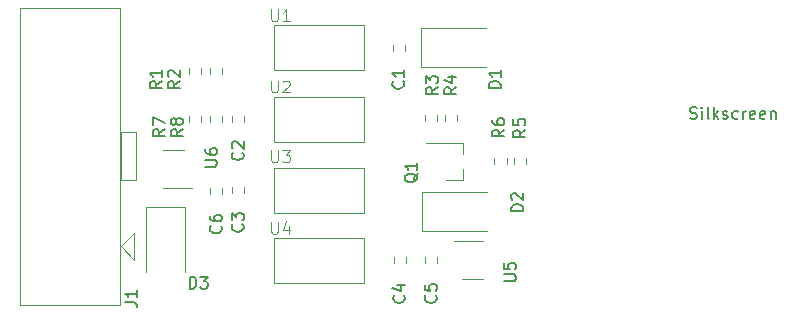
<source format=gbr>
%TF.GenerationSoftware,KiCad,Pcbnew,7.0.10*%
%TF.CreationDate,2024-07-25T14:24:15+01:00*%
%TF.ProjectId,RL78I1C_PMOD_PROG_ADAPTOR_ISO,524c3738-4931-4435-9f50-4d4f445f5052,0*%
%TF.SameCoordinates,PX5b8d800PY7997ee0*%
%TF.FileFunction,Legend,Top*%
%TF.FilePolarity,Positive*%
%FSLAX46Y46*%
G04 Gerber Fmt 4.6, Leading zero omitted, Abs format (unit mm)*
G04 Created by KiCad (PCBNEW 7.0.10) date 2024-07-25 14:24:15*
%MOMM*%
%LPD*%
G01*
G04 APERTURE LIST*
%ADD10C,0.150000*%
%ADD11C,0.100000*%
%ADD12C,0.120000*%
G04 APERTURE END LIST*
D10*
X57915160Y18021800D02*
X58058017Y17974181D01*
X58058017Y17974181D02*
X58296112Y17974181D01*
X58296112Y17974181D02*
X58391350Y18021800D01*
X58391350Y18021800D02*
X58438969Y18069420D01*
X58438969Y18069420D02*
X58486588Y18164658D01*
X58486588Y18164658D02*
X58486588Y18259896D01*
X58486588Y18259896D02*
X58438969Y18355134D01*
X58438969Y18355134D02*
X58391350Y18402753D01*
X58391350Y18402753D02*
X58296112Y18450372D01*
X58296112Y18450372D02*
X58105636Y18497991D01*
X58105636Y18497991D02*
X58010398Y18545610D01*
X58010398Y18545610D02*
X57962779Y18593229D01*
X57962779Y18593229D02*
X57915160Y18688467D01*
X57915160Y18688467D02*
X57915160Y18783705D01*
X57915160Y18783705D02*
X57962779Y18878943D01*
X57962779Y18878943D02*
X58010398Y18926562D01*
X58010398Y18926562D02*
X58105636Y18974181D01*
X58105636Y18974181D02*
X58343731Y18974181D01*
X58343731Y18974181D02*
X58486588Y18926562D01*
X58915160Y17974181D02*
X58915160Y18640848D01*
X58915160Y18974181D02*
X58867541Y18926562D01*
X58867541Y18926562D02*
X58915160Y18878943D01*
X58915160Y18878943D02*
X58962779Y18926562D01*
X58962779Y18926562D02*
X58915160Y18974181D01*
X58915160Y18974181D02*
X58915160Y18878943D01*
X59534207Y17974181D02*
X59438969Y18021800D01*
X59438969Y18021800D02*
X59391350Y18117039D01*
X59391350Y18117039D02*
X59391350Y18974181D01*
X59915160Y17974181D02*
X59915160Y18974181D01*
X60010398Y18355134D02*
X60296112Y17974181D01*
X60296112Y18640848D02*
X59915160Y18259896D01*
X60677065Y18021800D02*
X60772303Y17974181D01*
X60772303Y17974181D02*
X60962779Y17974181D01*
X60962779Y17974181D02*
X61058017Y18021800D01*
X61058017Y18021800D02*
X61105636Y18117039D01*
X61105636Y18117039D02*
X61105636Y18164658D01*
X61105636Y18164658D02*
X61058017Y18259896D01*
X61058017Y18259896D02*
X60962779Y18307515D01*
X60962779Y18307515D02*
X60819922Y18307515D01*
X60819922Y18307515D02*
X60724684Y18355134D01*
X60724684Y18355134D02*
X60677065Y18450372D01*
X60677065Y18450372D02*
X60677065Y18497991D01*
X60677065Y18497991D02*
X60724684Y18593229D01*
X60724684Y18593229D02*
X60819922Y18640848D01*
X60819922Y18640848D02*
X60962779Y18640848D01*
X60962779Y18640848D02*
X61058017Y18593229D01*
X61962779Y18021800D02*
X61867541Y17974181D01*
X61867541Y17974181D02*
X61677065Y17974181D01*
X61677065Y17974181D02*
X61581827Y18021800D01*
X61581827Y18021800D02*
X61534208Y18069420D01*
X61534208Y18069420D02*
X61486589Y18164658D01*
X61486589Y18164658D02*
X61486589Y18450372D01*
X61486589Y18450372D02*
X61534208Y18545610D01*
X61534208Y18545610D02*
X61581827Y18593229D01*
X61581827Y18593229D02*
X61677065Y18640848D01*
X61677065Y18640848D02*
X61867541Y18640848D01*
X61867541Y18640848D02*
X61962779Y18593229D01*
X62391351Y17974181D02*
X62391351Y18640848D01*
X62391351Y18450372D02*
X62438970Y18545610D01*
X62438970Y18545610D02*
X62486589Y18593229D01*
X62486589Y18593229D02*
X62581827Y18640848D01*
X62581827Y18640848D02*
X62677065Y18640848D01*
X63391351Y18021800D02*
X63296113Y17974181D01*
X63296113Y17974181D02*
X63105637Y17974181D01*
X63105637Y17974181D02*
X63010399Y18021800D01*
X63010399Y18021800D02*
X62962780Y18117039D01*
X62962780Y18117039D02*
X62962780Y18497991D01*
X62962780Y18497991D02*
X63010399Y18593229D01*
X63010399Y18593229D02*
X63105637Y18640848D01*
X63105637Y18640848D02*
X63296113Y18640848D01*
X63296113Y18640848D02*
X63391351Y18593229D01*
X63391351Y18593229D02*
X63438970Y18497991D01*
X63438970Y18497991D02*
X63438970Y18402753D01*
X63438970Y18402753D02*
X62962780Y18307515D01*
X64248494Y18021800D02*
X64153256Y17974181D01*
X64153256Y17974181D02*
X63962780Y17974181D01*
X63962780Y17974181D02*
X63867542Y18021800D01*
X63867542Y18021800D02*
X63819923Y18117039D01*
X63819923Y18117039D02*
X63819923Y18497991D01*
X63819923Y18497991D02*
X63867542Y18593229D01*
X63867542Y18593229D02*
X63962780Y18640848D01*
X63962780Y18640848D02*
X64153256Y18640848D01*
X64153256Y18640848D02*
X64248494Y18593229D01*
X64248494Y18593229D02*
X64296113Y18497991D01*
X64296113Y18497991D02*
X64296113Y18402753D01*
X64296113Y18402753D02*
X63819923Y18307515D01*
X64724685Y18640848D02*
X64724685Y17974181D01*
X64724685Y18545610D02*
X64772304Y18593229D01*
X64772304Y18593229D02*
X64867542Y18640848D01*
X64867542Y18640848D02*
X65010399Y18640848D01*
X65010399Y18640848D02*
X65105637Y18593229D01*
X65105637Y18593229D02*
X65153256Y18497991D01*
X65153256Y18497991D02*
X65153256Y17974181D01*
X16854819Y13938096D02*
X17664342Y13938096D01*
X17664342Y13938096D02*
X17759580Y13985715D01*
X17759580Y13985715D02*
X17807200Y14033334D01*
X17807200Y14033334D02*
X17854819Y14128572D01*
X17854819Y14128572D02*
X17854819Y14319048D01*
X17854819Y14319048D02*
X17807200Y14414286D01*
X17807200Y14414286D02*
X17759580Y14461905D01*
X17759580Y14461905D02*
X17664342Y14509524D01*
X17664342Y14509524D02*
X16854819Y14509524D01*
X16854819Y15414286D02*
X16854819Y15223810D01*
X16854819Y15223810D02*
X16902438Y15128572D01*
X16902438Y15128572D02*
X16950057Y15080953D01*
X16950057Y15080953D02*
X17092914Y14985715D01*
X17092914Y14985715D02*
X17283390Y14938096D01*
X17283390Y14938096D02*
X17664342Y14938096D01*
X17664342Y14938096D02*
X17759580Y14985715D01*
X17759580Y14985715D02*
X17807200Y15033334D01*
X17807200Y15033334D02*
X17854819Y15128572D01*
X17854819Y15128572D02*
X17854819Y15319048D01*
X17854819Y15319048D02*
X17807200Y15414286D01*
X17807200Y15414286D02*
X17759580Y15461905D01*
X17759580Y15461905D02*
X17664342Y15509524D01*
X17664342Y15509524D02*
X17426247Y15509524D01*
X17426247Y15509524D02*
X17331009Y15461905D01*
X17331009Y15461905D02*
X17283390Y15414286D01*
X17283390Y15414286D02*
X17235771Y15319048D01*
X17235771Y15319048D02*
X17235771Y15128572D01*
X17235771Y15128572D02*
X17283390Y15033334D01*
X17283390Y15033334D02*
X17331009Y14985715D01*
X17331009Y14985715D02*
X17426247Y14938096D01*
X42154819Y4238096D02*
X42964342Y4238096D01*
X42964342Y4238096D02*
X43059580Y4285715D01*
X43059580Y4285715D02*
X43107200Y4333334D01*
X43107200Y4333334D02*
X43154819Y4428572D01*
X43154819Y4428572D02*
X43154819Y4619048D01*
X43154819Y4619048D02*
X43107200Y4714286D01*
X43107200Y4714286D02*
X43059580Y4761905D01*
X43059580Y4761905D02*
X42964342Y4809524D01*
X42964342Y4809524D02*
X42154819Y4809524D01*
X42154819Y5761905D02*
X42154819Y5285715D01*
X42154819Y5285715D02*
X42631009Y5238096D01*
X42631009Y5238096D02*
X42583390Y5285715D01*
X42583390Y5285715D02*
X42535771Y5380953D01*
X42535771Y5380953D02*
X42535771Y5619048D01*
X42535771Y5619048D02*
X42583390Y5714286D01*
X42583390Y5714286D02*
X42631009Y5761905D01*
X42631009Y5761905D02*
X42726247Y5809524D01*
X42726247Y5809524D02*
X42964342Y5809524D01*
X42964342Y5809524D02*
X43059580Y5761905D01*
X43059580Y5761905D02*
X43107200Y5714286D01*
X43107200Y5714286D02*
X43154819Y5619048D01*
X43154819Y5619048D02*
X43154819Y5380953D01*
X43154819Y5380953D02*
X43107200Y5285715D01*
X43107200Y5285715D02*
X43059580Y5238096D01*
X18159580Y8920834D02*
X18207200Y8873215D01*
X18207200Y8873215D02*
X18254819Y8730358D01*
X18254819Y8730358D02*
X18254819Y8635120D01*
X18254819Y8635120D02*
X18207200Y8492263D01*
X18207200Y8492263D02*
X18111961Y8397025D01*
X18111961Y8397025D02*
X18016723Y8349406D01*
X18016723Y8349406D02*
X17826247Y8301787D01*
X17826247Y8301787D02*
X17683390Y8301787D01*
X17683390Y8301787D02*
X17492914Y8349406D01*
X17492914Y8349406D02*
X17397676Y8397025D01*
X17397676Y8397025D02*
X17302438Y8492263D01*
X17302438Y8492263D02*
X17254819Y8635120D01*
X17254819Y8635120D02*
X17254819Y8730358D01*
X17254819Y8730358D02*
X17302438Y8873215D01*
X17302438Y8873215D02*
X17350057Y8920834D01*
X17254819Y9777977D02*
X17254819Y9587501D01*
X17254819Y9587501D02*
X17302438Y9492263D01*
X17302438Y9492263D02*
X17350057Y9444644D01*
X17350057Y9444644D02*
X17492914Y9349406D01*
X17492914Y9349406D02*
X17683390Y9301787D01*
X17683390Y9301787D02*
X18064342Y9301787D01*
X18064342Y9301787D02*
X18159580Y9349406D01*
X18159580Y9349406D02*
X18207200Y9397025D01*
X18207200Y9397025D02*
X18254819Y9492263D01*
X18254819Y9492263D02*
X18254819Y9682739D01*
X18254819Y9682739D02*
X18207200Y9777977D01*
X18207200Y9777977D02*
X18159580Y9825596D01*
X18159580Y9825596D02*
X18064342Y9873215D01*
X18064342Y9873215D02*
X17826247Y9873215D01*
X17826247Y9873215D02*
X17731009Y9825596D01*
X17731009Y9825596D02*
X17683390Y9777977D01*
X17683390Y9777977D02*
X17635771Y9682739D01*
X17635771Y9682739D02*
X17635771Y9492263D01*
X17635771Y9492263D02*
X17683390Y9397025D01*
X17683390Y9397025D02*
X17731009Y9349406D01*
X17731009Y9349406D02*
X17826247Y9301787D01*
X36359580Y3033334D02*
X36407200Y2985715D01*
X36407200Y2985715D02*
X36454819Y2842858D01*
X36454819Y2842858D02*
X36454819Y2747620D01*
X36454819Y2747620D02*
X36407200Y2604763D01*
X36407200Y2604763D02*
X36311961Y2509525D01*
X36311961Y2509525D02*
X36216723Y2461906D01*
X36216723Y2461906D02*
X36026247Y2414287D01*
X36026247Y2414287D02*
X35883390Y2414287D01*
X35883390Y2414287D02*
X35692914Y2461906D01*
X35692914Y2461906D02*
X35597676Y2509525D01*
X35597676Y2509525D02*
X35502438Y2604763D01*
X35502438Y2604763D02*
X35454819Y2747620D01*
X35454819Y2747620D02*
X35454819Y2842858D01*
X35454819Y2842858D02*
X35502438Y2985715D01*
X35502438Y2985715D02*
X35550057Y3033334D01*
X35454819Y3938096D02*
X35454819Y3461906D01*
X35454819Y3461906D02*
X35931009Y3414287D01*
X35931009Y3414287D02*
X35883390Y3461906D01*
X35883390Y3461906D02*
X35835771Y3557144D01*
X35835771Y3557144D02*
X35835771Y3795239D01*
X35835771Y3795239D02*
X35883390Y3890477D01*
X35883390Y3890477D02*
X35931009Y3938096D01*
X35931009Y3938096D02*
X36026247Y3985715D01*
X36026247Y3985715D02*
X36264342Y3985715D01*
X36264342Y3985715D02*
X36359580Y3938096D01*
X36359580Y3938096D02*
X36407200Y3890477D01*
X36407200Y3890477D02*
X36454819Y3795239D01*
X36454819Y3795239D02*
X36454819Y3557144D01*
X36454819Y3557144D02*
X36407200Y3461906D01*
X36407200Y3461906D02*
X36359580Y3414287D01*
X20009580Y15116334D02*
X20057200Y15068715D01*
X20057200Y15068715D02*
X20104819Y14925858D01*
X20104819Y14925858D02*
X20104819Y14830620D01*
X20104819Y14830620D02*
X20057200Y14687763D01*
X20057200Y14687763D02*
X19961961Y14592525D01*
X19961961Y14592525D02*
X19866723Y14544906D01*
X19866723Y14544906D02*
X19676247Y14497287D01*
X19676247Y14497287D02*
X19533390Y14497287D01*
X19533390Y14497287D02*
X19342914Y14544906D01*
X19342914Y14544906D02*
X19247676Y14592525D01*
X19247676Y14592525D02*
X19152438Y14687763D01*
X19152438Y14687763D02*
X19104819Y14830620D01*
X19104819Y14830620D02*
X19104819Y14925858D01*
X19104819Y14925858D02*
X19152438Y15068715D01*
X19152438Y15068715D02*
X19200057Y15116334D01*
X19200057Y15497287D02*
X19152438Y15544906D01*
X19152438Y15544906D02*
X19104819Y15640144D01*
X19104819Y15640144D02*
X19104819Y15878239D01*
X19104819Y15878239D02*
X19152438Y15973477D01*
X19152438Y15973477D02*
X19200057Y16021096D01*
X19200057Y16021096D02*
X19295295Y16068715D01*
X19295295Y16068715D02*
X19390533Y16068715D01*
X19390533Y16068715D02*
X19533390Y16021096D01*
X19533390Y16021096D02*
X20104819Y15449668D01*
X20104819Y15449668D02*
X20104819Y16068715D01*
D11*
X22438095Y27260781D02*
X22438095Y26451258D01*
X22438095Y26451258D02*
X22485714Y26356020D01*
X22485714Y26356020D02*
X22533333Y26308400D01*
X22533333Y26308400D02*
X22628571Y26260781D01*
X22628571Y26260781D02*
X22819047Y26260781D01*
X22819047Y26260781D02*
X22914285Y26308400D01*
X22914285Y26308400D02*
X22961904Y26356020D01*
X22961904Y26356020D02*
X23009523Y26451258D01*
X23009523Y26451258D02*
X23009523Y27260781D01*
X24009523Y26260781D02*
X23438095Y26260781D01*
X23723809Y26260781D02*
X23723809Y27260781D01*
X23723809Y27260781D02*
X23628571Y27117924D01*
X23628571Y27117924D02*
X23533333Y27022686D01*
X23533333Y27022686D02*
X23438095Y26975067D01*
D10*
X13420819Y17097334D02*
X12944628Y16764001D01*
X13420819Y16525906D02*
X12420819Y16525906D01*
X12420819Y16525906D02*
X12420819Y16906858D01*
X12420819Y16906858D02*
X12468438Y17002096D01*
X12468438Y17002096D02*
X12516057Y17049715D01*
X12516057Y17049715D02*
X12611295Y17097334D01*
X12611295Y17097334D02*
X12754152Y17097334D01*
X12754152Y17097334D02*
X12849390Y17049715D01*
X12849390Y17049715D02*
X12897009Y17002096D01*
X12897009Y17002096D02*
X12944628Y16906858D01*
X12944628Y16906858D02*
X12944628Y16525906D01*
X12420819Y17430668D02*
X12420819Y18097334D01*
X12420819Y18097334D02*
X13420819Y17668763D01*
X41868819Y20589906D02*
X40868819Y20589906D01*
X40868819Y20589906D02*
X40868819Y20828001D01*
X40868819Y20828001D02*
X40916438Y20970858D01*
X40916438Y20970858D02*
X41011676Y21066096D01*
X41011676Y21066096D02*
X41106914Y21113715D01*
X41106914Y21113715D02*
X41297390Y21161334D01*
X41297390Y21161334D02*
X41440247Y21161334D01*
X41440247Y21161334D02*
X41630723Y21113715D01*
X41630723Y21113715D02*
X41725961Y21066096D01*
X41725961Y21066096D02*
X41821200Y20970858D01*
X41821200Y20970858D02*
X41868819Y20828001D01*
X41868819Y20828001D02*
X41868819Y20589906D01*
X41868819Y22113715D02*
X41868819Y21542287D01*
X41868819Y21828001D02*
X40868819Y21828001D01*
X40868819Y21828001D02*
X41011676Y21732763D01*
X41011676Y21732763D02*
X41106914Y21637525D01*
X41106914Y21637525D02*
X41154533Y21542287D01*
D11*
X22438095Y21217581D02*
X22438095Y20408058D01*
X22438095Y20408058D02*
X22485714Y20312820D01*
X22485714Y20312820D02*
X22533333Y20265200D01*
X22533333Y20265200D02*
X22628571Y20217581D01*
X22628571Y20217581D02*
X22819047Y20217581D01*
X22819047Y20217581D02*
X22914285Y20265200D01*
X22914285Y20265200D02*
X22961904Y20312820D01*
X22961904Y20312820D02*
X23009523Y20408058D01*
X23009523Y20408058D02*
X23009523Y21217581D01*
X23438095Y21122343D02*
X23485714Y21169962D01*
X23485714Y21169962D02*
X23580952Y21217581D01*
X23580952Y21217581D02*
X23819047Y21217581D01*
X23819047Y21217581D02*
X23914285Y21169962D01*
X23914285Y21169962D02*
X23961904Y21122343D01*
X23961904Y21122343D02*
X24009523Y21027105D01*
X24009523Y21027105D02*
X24009523Y20931867D01*
X24009523Y20931867D02*
X23961904Y20789010D01*
X23961904Y20789010D02*
X23390476Y20217581D01*
X23390476Y20217581D02*
X24009523Y20217581D01*
D10*
X38104819Y20653334D02*
X37628628Y20320001D01*
X38104819Y20081906D02*
X37104819Y20081906D01*
X37104819Y20081906D02*
X37104819Y20462858D01*
X37104819Y20462858D02*
X37152438Y20558096D01*
X37152438Y20558096D02*
X37200057Y20605715D01*
X37200057Y20605715D02*
X37295295Y20653334D01*
X37295295Y20653334D02*
X37438152Y20653334D01*
X37438152Y20653334D02*
X37533390Y20605715D01*
X37533390Y20605715D02*
X37581009Y20558096D01*
X37581009Y20558096D02*
X37628628Y20462858D01*
X37628628Y20462858D02*
X37628628Y20081906D01*
X37438152Y21510477D02*
X38104819Y21510477D01*
X37057200Y21272382D02*
X37771485Y21034287D01*
X37771485Y21034287D02*
X37771485Y21653334D01*
X10054819Y2466667D02*
X10769104Y2466667D01*
X10769104Y2466667D02*
X10911961Y2419048D01*
X10911961Y2419048D02*
X11007200Y2323810D01*
X11007200Y2323810D02*
X11054819Y2180953D01*
X11054819Y2180953D02*
X11054819Y2085715D01*
X11054819Y3466667D02*
X11054819Y2895239D01*
X11054819Y3180953D02*
X10054819Y3180953D01*
X10054819Y3180953D02*
X10197676Y3085715D01*
X10197676Y3085715D02*
X10292914Y2990477D01*
X10292914Y2990477D02*
X10340533Y2895239D01*
X42177819Y17064834D02*
X41701628Y16731501D01*
X42177819Y16493406D02*
X41177819Y16493406D01*
X41177819Y16493406D02*
X41177819Y16874358D01*
X41177819Y16874358D02*
X41225438Y16969596D01*
X41225438Y16969596D02*
X41273057Y17017215D01*
X41273057Y17017215D02*
X41368295Y17064834D01*
X41368295Y17064834D02*
X41511152Y17064834D01*
X41511152Y17064834D02*
X41606390Y17017215D01*
X41606390Y17017215D02*
X41654009Y16969596D01*
X41654009Y16969596D02*
X41701628Y16874358D01*
X41701628Y16874358D02*
X41701628Y16493406D01*
X41177819Y17921977D02*
X41177819Y17731501D01*
X41177819Y17731501D02*
X41225438Y17636263D01*
X41225438Y17636263D02*
X41273057Y17588644D01*
X41273057Y17588644D02*
X41415914Y17493406D01*
X41415914Y17493406D02*
X41606390Y17445787D01*
X41606390Y17445787D02*
X41987342Y17445787D01*
X41987342Y17445787D02*
X42082580Y17493406D01*
X42082580Y17493406D02*
X42130200Y17541025D01*
X42130200Y17541025D02*
X42177819Y17636263D01*
X42177819Y17636263D02*
X42177819Y17826739D01*
X42177819Y17826739D02*
X42130200Y17921977D01*
X42130200Y17921977D02*
X42082580Y17969596D01*
X42082580Y17969596D02*
X41987342Y18017215D01*
X41987342Y18017215D02*
X41749247Y18017215D01*
X41749247Y18017215D02*
X41654009Y17969596D01*
X41654009Y17969596D02*
X41606390Y17921977D01*
X41606390Y17921977D02*
X41558771Y17826739D01*
X41558771Y17826739D02*
X41558771Y17636263D01*
X41558771Y17636263D02*
X41606390Y17541025D01*
X41606390Y17541025D02*
X41654009Y17493406D01*
X41654009Y17493406D02*
X41749247Y17445787D01*
X36534819Y20653334D02*
X36058628Y20320001D01*
X36534819Y20081906D02*
X35534819Y20081906D01*
X35534819Y20081906D02*
X35534819Y20462858D01*
X35534819Y20462858D02*
X35582438Y20558096D01*
X35582438Y20558096D02*
X35630057Y20605715D01*
X35630057Y20605715D02*
X35725295Y20653334D01*
X35725295Y20653334D02*
X35868152Y20653334D01*
X35868152Y20653334D02*
X35963390Y20605715D01*
X35963390Y20605715D02*
X36011009Y20558096D01*
X36011009Y20558096D02*
X36058628Y20462858D01*
X36058628Y20462858D02*
X36058628Y20081906D01*
X35534819Y20986668D02*
X35534819Y21605715D01*
X35534819Y21605715D02*
X35915771Y21272382D01*
X35915771Y21272382D02*
X35915771Y21415239D01*
X35915771Y21415239D02*
X35963390Y21510477D01*
X35963390Y21510477D02*
X36011009Y21558096D01*
X36011009Y21558096D02*
X36106247Y21605715D01*
X36106247Y21605715D02*
X36344342Y21605715D01*
X36344342Y21605715D02*
X36439580Y21558096D01*
X36439580Y21558096D02*
X36487200Y21510477D01*
X36487200Y21510477D02*
X36534819Y21415239D01*
X36534819Y21415239D02*
X36534819Y21129525D01*
X36534819Y21129525D02*
X36487200Y21034287D01*
X36487200Y21034287D02*
X36439580Y20986668D01*
X33607580Y21161334D02*
X33655200Y21113715D01*
X33655200Y21113715D02*
X33702819Y20970858D01*
X33702819Y20970858D02*
X33702819Y20875620D01*
X33702819Y20875620D02*
X33655200Y20732763D01*
X33655200Y20732763D02*
X33559961Y20637525D01*
X33559961Y20637525D02*
X33464723Y20589906D01*
X33464723Y20589906D02*
X33274247Y20542287D01*
X33274247Y20542287D02*
X33131390Y20542287D01*
X33131390Y20542287D02*
X32940914Y20589906D01*
X32940914Y20589906D02*
X32845676Y20637525D01*
X32845676Y20637525D02*
X32750438Y20732763D01*
X32750438Y20732763D02*
X32702819Y20875620D01*
X32702819Y20875620D02*
X32702819Y20970858D01*
X32702819Y20970858D02*
X32750438Y21113715D01*
X32750438Y21113715D02*
X32798057Y21161334D01*
X33702819Y22113715D02*
X33702819Y21542287D01*
X33702819Y21828001D02*
X32702819Y21828001D01*
X32702819Y21828001D02*
X32845676Y21732763D01*
X32845676Y21732763D02*
X32940914Y21637525D01*
X32940914Y21637525D02*
X32988533Y21542287D01*
X43776819Y10175906D02*
X42776819Y10175906D01*
X42776819Y10175906D02*
X42776819Y10414001D01*
X42776819Y10414001D02*
X42824438Y10556858D01*
X42824438Y10556858D02*
X42919676Y10652096D01*
X42919676Y10652096D02*
X43014914Y10699715D01*
X43014914Y10699715D02*
X43205390Y10747334D01*
X43205390Y10747334D02*
X43348247Y10747334D01*
X43348247Y10747334D02*
X43538723Y10699715D01*
X43538723Y10699715D02*
X43633961Y10652096D01*
X43633961Y10652096D02*
X43729200Y10556858D01*
X43729200Y10556858D02*
X43776819Y10414001D01*
X43776819Y10414001D02*
X43776819Y10175906D01*
X42872057Y11128287D02*
X42824438Y11175906D01*
X42824438Y11175906D02*
X42776819Y11271144D01*
X42776819Y11271144D02*
X42776819Y11509239D01*
X42776819Y11509239D02*
X42824438Y11604477D01*
X42824438Y11604477D02*
X42872057Y11652096D01*
X42872057Y11652096D02*
X42967295Y11699715D01*
X42967295Y11699715D02*
X43062533Y11699715D01*
X43062533Y11699715D02*
X43205390Y11652096D01*
X43205390Y11652096D02*
X43776819Y11080668D01*
X43776819Y11080668D02*
X43776819Y11699715D01*
D11*
X22438095Y9260781D02*
X22438095Y8451258D01*
X22438095Y8451258D02*
X22485714Y8356020D01*
X22485714Y8356020D02*
X22533333Y8308400D01*
X22533333Y8308400D02*
X22628571Y8260781D01*
X22628571Y8260781D02*
X22819047Y8260781D01*
X22819047Y8260781D02*
X22914285Y8308400D01*
X22914285Y8308400D02*
X22961904Y8356020D01*
X22961904Y8356020D02*
X23009523Y8451258D01*
X23009523Y8451258D02*
X23009523Y9260781D01*
X23914285Y8927448D02*
X23914285Y8260781D01*
X23676190Y9308400D02*
X23438095Y8594115D01*
X23438095Y8594115D02*
X24057142Y8594115D01*
D10*
X43954819Y17041334D02*
X43478628Y16708001D01*
X43954819Y16469906D02*
X42954819Y16469906D01*
X42954819Y16469906D02*
X42954819Y16850858D01*
X42954819Y16850858D02*
X43002438Y16946096D01*
X43002438Y16946096D02*
X43050057Y16993715D01*
X43050057Y16993715D02*
X43145295Y17041334D01*
X43145295Y17041334D02*
X43288152Y17041334D01*
X43288152Y17041334D02*
X43383390Y16993715D01*
X43383390Y16993715D02*
X43431009Y16946096D01*
X43431009Y16946096D02*
X43478628Y16850858D01*
X43478628Y16850858D02*
X43478628Y16469906D01*
X42954819Y17946096D02*
X42954819Y17469906D01*
X42954819Y17469906D02*
X43431009Y17422287D01*
X43431009Y17422287D02*
X43383390Y17469906D01*
X43383390Y17469906D02*
X43335771Y17565144D01*
X43335771Y17565144D02*
X43335771Y17803239D01*
X43335771Y17803239D02*
X43383390Y17898477D01*
X43383390Y17898477D02*
X43431009Y17946096D01*
X43431009Y17946096D02*
X43526247Y17993715D01*
X43526247Y17993715D02*
X43764342Y17993715D01*
X43764342Y17993715D02*
X43859580Y17946096D01*
X43859580Y17946096D02*
X43907200Y17898477D01*
X43907200Y17898477D02*
X43954819Y17803239D01*
X43954819Y17803239D02*
X43954819Y17565144D01*
X43954819Y17565144D02*
X43907200Y17469906D01*
X43907200Y17469906D02*
X43859580Y17422287D01*
X13166819Y21161334D02*
X12690628Y20828001D01*
X13166819Y20589906D02*
X12166819Y20589906D01*
X12166819Y20589906D02*
X12166819Y20970858D01*
X12166819Y20970858D02*
X12214438Y21066096D01*
X12214438Y21066096D02*
X12262057Y21113715D01*
X12262057Y21113715D02*
X12357295Y21161334D01*
X12357295Y21161334D02*
X12500152Y21161334D01*
X12500152Y21161334D02*
X12595390Y21113715D01*
X12595390Y21113715D02*
X12643009Y21066096D01*
X12643009Y21066096D02*
X12690628Y20970858D01*
X12690628Y20970858D02*
X12690628Y20589906D01*
X13166819Y22113715D02*
X13166819Y21542287D01*
X13166819Y21828001D02*
X12166819Y21828001D01*
X12166819Y21828001D02*
X12309676Y21732763D01*
X12309676Y21732763D02*
X12404914Y21637525D01*
X12404914Y21637525D02*
X12452533Y21542287D01*
X34852057Y13358762D02*
X34804438Y13263524D01*
X34804438Y13263524D02*
X34709200Y13168286D01*
X34709200Y13168286D02*
X34566342Y13025429D01*
X34566342Y13025429D02*
X34518723Y12930191D01*
X34518723Y12930191D02*
X34518723Y12834953D01*
X34756819Y12882572D02*
X34709200Y12787334D01*
X34709200Y12787334D02*
X34613961Y12692096D01*
X34613961Y12692096D02*
X34423485Y12644477D01*
X34423485Y12644477D02*
X34090152Y12644477D01*
X34090152Y12644477D02*
X33899676Y12692096D01*
X33899676Y12692096D02*
X33804438Y12787334D01*
X33804438Y12787334D02*
X33756819Y12882572D01*
X33756819Y12882572D02*
X33756819Y13073048D01*
X33756819Y13073048D02*
X33804438Y13168286D01*
X33804438Y13168286D02*
X33899676Y13263524D01*
X33899676Y13263524D02*
X34090152Y13311143D01*
X34090152Y13311143D02*
X34423485Y13311143D01*
X34423485Y13311143D02*
X34613961Y13263524D01*
X34613961Y13263524D02*
X34709200Y13168286D01*
X34709200Y13168286D02*
X34756819Y13073048D01*
X34756819Y13073048D02*
X34756819Y12882572D01*
X34756819Y14263524D02*
X34756819Y13692096D01*
X34756819Y13977810D02*
X33756819Y13977810D01*
X33756819Y13977810D02*
X33899676Y13882572D01*
X33899676Y13882572D02*
X33994914Y13787334D01*
X33994914Y13787334D02*
X34042533Y13692096D01*
X33659580Y3033334D02*
X33707200Y2985715D01*
X33707200Y2985715D02*
X33754819Y2842858D01*
X33754819Y2842858D02*
X33754819Y2747620D01*
X33754819Y2747620D02*
X33707200Y2604763D01*
X33707200Y2604763D02*
X33611961Y2509525D01*
X33611961Y2509525D02*
X33516723Y2461906D01*
X33516723Y2461906D02*
X33326247Y2414287D01*
X33326247Y2414287D02*
X33183390Y2414287D01*
X33183390Y2414287D02*
X32992914Y2461906D01*
X32992914Y2461906D02*
X32897676Y2509525D01*
X32897676Y2509525D02*
X32802438Y2604763D01*
X32802438Y2604763D02*
X32754819Y2747620D01*
X32754819Y2747620D02*
X32754819Y2842858D01*
X32754819Y2842858D02*
X32802438Y2985715D01*
X32802438Y2985715D02*
X32850057Y3033334D01*
X33088152Y3890477D02*
X33754819Y3890477D01*
X32707200Y3652382D02*
X33421485Y3414287D01*
X33421485Y3414287D02*
X33421485Y4033334D01*
X14944819Y17097334D02*
X14468628Y16764001D01*
X14944819Y16525906D02*
X13944819Y16525906D01*
X13944819Y16525906D02*
X13944819Y16906858D01*
X13944819Y16906858D02*
X13992438Y17002096D01*
X13992438Y17002096D02*
X14040057Y17049715D01*
X14040057Y17049715D02*
X14135295Y17097334D01*
X14135295Y17097334D02*
X14278152Y17097334D01*
X14278152Y17097334D02*
X14373390Y17049715D01*
X14373390Y17049715D02*
X14421009Y17002096D01*
X14421009Y17002096D02*
X14468628Y16906858D01*
X14468628Y16906858D02*
X14468628Y16525906D01*
X14373390Y17668763D02*
X14325771Y17573525D01*
X14325771Y17573525D02*
X14278152Y17525906D01*
X14278152Y17525906D02*
X14182914Y17478287D01*
X14182914Y17478287D02*
X14135295Y17478287D01*
X14135295Y17478287D02*
X14040057Y17525906D01*
X14040057Y17525906D02*
X13992438Y17573525D01*
X13992438Y17573525D02*
X13944819Y17668763D01*
X13944819Y17668763D02*
X13944819Y17859239D01*
X13944819Y17859239D02*
X13992438Y17954477D01*
X13992438Y17954477D02*
X14040057Y18002096D01*
X14040057Y18002096D02*
X14135295Y18049715D01*
X14135295Y18049715D02*
X14182914Y18049715D01*
X14182914Y18049715D02*
X14278152Y18002096D01*
X14278152Y18002096D02*
X14325771Y17954477D01*
X14325771Y17954477D02*
X14373390Y17859239D01*
X14373390Y17859239D02*
X14373390Y17668763D01*
X14373390Y17668763D02*
X14421009Y17573525D01*
X14421009Y17573525D02*
X14468628Y17525906D01*
X14468628Y17525906D02*
X14563866Y17478287D01*
X14563866Y17478287D02*
X14754342Y17478287D01*
X14754342Y17478287D02*
X14849580Y17525906D01*
X14849580Y17525906D02*
X14897200Y17573525D01*
X14897200Y17573525D02*
X14944819Y17668763D01*
X14944819Y17668763D02*
X14944819Y17859239D01*
X14944819Y17859239D02*
X14897200Y17954477D01*
X14897200Y17954477D02*
X14849580Y18002096D01*
X14849580Y18002096D02*
X14754342Y18049715D01*
X14754342Y18049715D02*
X14563866Y18049715D01*
X14563866Y18049715D02*
X14468628Y18002096D01*
X14468628Y18002096D02*
X14421009Y17954477D01*
X14421009Y17954477D02*
X14373390Y17859239D01*
X15549905Y3609181D02*
X15549905Y4609181D01*
X15549905Y4609181D02*
X15788000Y4609181D01*
X15788000Y4609181D02*
X15930857Y4561562D01*
X15930857Y4561562D02*
X16026095Y4466324D01*
X16026095Y4466324D02*
X16073714Y4371086D01*
X16073714Y4371086D02*
X16121333Y4180610D01*
X16121333Y4180610D02*
X16121333Y4037753D01*
X16121333Y4037753D02*
X16073714Y3847277D01*
X16073714Y3847277D02*
X16026095Y3752039D01*
X16026095Y3752039D02*
X15930857Y3656800D01*
X15930857Y3656800D02*
X15788000Y3609181D01*
X15788000Y3609181D02*
X15549905Y3609181D01*
X16454667Y4609181D02*
X17073714Y4609181D01*
X17073714Y4609181D02*
X16740381Y4228229D01*
X16740381Y4228229D02*
X16883238Y4228229D01*
X16883238Y4228229D02*
X16978476Y4180610D01*
X16978476Y4180610D02*
X17026095Y4132991D01*
X17026095Y4132991D02*
X17073714Y4037753D01*
X17073714Y4037753D02*
X17073714Y3799658D01*
X17073714Y3799658D02*
X17026095Y3704420D01*
X17026095Y3704420D02*
X16978476Y3656800D01*
X16978476Y3656800D02*
X16883238Y3609181D01*
X16883238Y3609181D02*
X16597524Y3609181D01*
X16597524Y3609181D02*
X16502286Y3656800D01*
X16502286Y3656800D02*
X16454667Y3704420D01*
D11*
X22438095Y15317581D02*
X22438095Y14508058D01*
X22438095Y14508058D02*
X22485714Y14412820D01*
X22485714Y14412820D02*
X22533333Y14365200D01*
X22533333Y14365200D02*
X22628571Y14317581D01*
X22628571Y14317581D02*
X22819047Y14317581D01*
X22819047Y14317581D02*
X22914285Y14365200D01*
X22914285Y14365200D02*
X22961904Y14412820D01*
X22961904Y14412820D02*
X23009523Y14508058D01*
X23009523Y14508058D02*
X23009523Y15317581D01*
X23390476Y15317581D02*
X24009523Y15317581D01*
X24009523Y15317581D02*
X23676190Y14936629D01*
X23676190Y14936629D02*
X23819047Y14936629D01*
X23819047Y14936629D02*
X23914285Y14889010D01*
X23914285Y14889010D02*
X23961904Y14841391D01*
X23961904Y14841391D02*
X24009523Y14746153D01*
X24009523Y14746153D02*
X24009523Y14508058D01*
X24009523Y14508058D02*
X23961904Y14412820D01*
X23961904Y14412820D02*
X23914285Y14365200D01*
X23914285Y14365200D02*
X23819047Y14317581D01*
X23819047Y14317581D02*
X23533333Y14317581D01*
X23533333Y14317581D02*
X23438095Y14365200D01*
X23438095Y14365200D02*
X23390476Y14412820D01*
D10*
X14690819Y21161334D02*
X14214628Y20828001D01*
X14690819Y20589906D02*
X13690819Y20589906D01*
X13690819Y20589906D02*
X13690819Y20970858D01*
X13690819Y20970858D02*
X13738438Y21066096D01*
X13738438Y21066096D02*
X13786057Y21113715D01*
X13786057Y21113715D02*
X13881295Y21161334D01*
X13881295Y21161334D02*
X14024152Y21161334D01*
X14024152Y21161334D02*
X14119390Y21113715D01*
X14119390Y21113715D02*
X14167009Y21066096D01*
X14167009Y21066096D02*
X14214628Y20970858D01*
X14214628Y20970858D02*
X14214628Y20589906D01*
X13786057Y21542287D02*
X13738438Y21589906D01*
X13738438Y21589906D02*
X13690819Y21685144D01*
X13690819Y21685144D02*
X13690819Y21923239D01*
X13690819Y21923239D02*
X13738438Y22018477D01*
X13738438Y22018477D02*
X13786057Y22066096D01*
X13786057Y22066096D02*
X13881295Y22113715D01*
X13881295Y22113715D02*
X13976533Y22113715D01*
X13976533Y22113715D02*
X14119390Y22066096D01*
X14119390Y22066096D02*
X14690819Y21494668D01*
X14690819Y21494668D02*
X14690819Y22113715D01*
X20009580Y9056334D02*
X20057200Y9008715D01*
X20057200Y9008715D02*
X20104819Y8865858D01*
X20104819Y8865858D02*
X20104819Y8770620D01*
X20104819Y8770620D02*
X20057200Y8627763D01*
X20057200Y8627763D02*
X19961961Y8532525D01*
X19961961Y8532525D02*
X19866723Y8484906D01*
X19866723Y8484906D02*
X19676247Y8437287D01*
X19676247Y8437287D02*
X19533390Y8437287D01*
X19533390Y8437287D02*
X19342914Y8484906D01*
X19342914Y8484906D02*
X19247676Y8532525D01*
X19247676Y8532525D02*
X19152438Y8627763D01*
X19152438Y8627763D02*
X19104819Y8770620D01*
X19104819Y8770620D02*
X19104819Y8865858D01*
X19104819Y8865858D02*
X19152438Y9008715D01*
X19152438Y9008715D02*
X19200057Y9056334D01*
X19104819Y9389668D02*
X19104819Y10008715D01*
X19104819Y10008715D02*
X19485771Y9675382D01*
X19485771Y9675382D02*
X19485771Y9818239D01*
X19485771Y9818239D02*
X19533390Y9913477D01*
X19533390Y9913477D02*
X19581009Y9961096D01*
X19581009Y9961096D02*
X19676247Y10008715D01*
X19676247Y10008715D02*
X19914342Y10008715D01*
X19914342Y10008715D02*
X20009580Y9961096D01*
X20009580Y9961096D02*
X20057200Y9913477D01*
X20057200Y9913477D02*
X20104819Y9818239D01*
X20104819Y9818239D02*
X20104819Y9532525D01*
X20104819Y9532525D02*
X20057200Y9437287D01*
X20057200Y9437287D02*
X20009580Y9389668D01*
D12*
%TO.C,U6*%
X15100000Y15310000D02*
X13300000Y15310000D01*
X13300000Y12090000D02*
X15750000Y12090000D01*
%TO.C,U5*%
X38600000Y4390000D02*
X40400000Y4390000D01*
X40400000Y7610000D02*
X37950000Y7610000D01*
%TO.C,C6*%
X17277500Y11645276D02*
X17277500Y12154724D01*
X18322500Y11645276D02*
X18322500Y12154724D01*
%TO.C,C5*%
X36522500Y6254724D02*
X36522500Y5745276D01*
X35477500Y6254724D02*
X35477500Y5745276D01*
%TO.C,C2*%
X19127500Y17695276D02*
X19127500Y18204724D01*
X20172500Y17695276D02*
X20172500Y18204724D01*
D11*
%TO.C,U1*%
X22690000Y25905400D02*
X30310000Y25905400D01*
X22690000Y22095400D02*
X22690000Y25905400D01*
X30310000Y25905400D02*
X30310000Y22095400D01*
X30310000Y22095400D02*
X22690000Y22095400D01*
D12*
%TO.C,R7*%
X16522500Y18204724D02*
X16522500Y17695276D01*
X15477500Y18204724D02*
X15477500Y17695276D01*
%TO.C,D1*%
X35140000Y25650000D02*
X35140000Y22350000D01*
X35140000Y25650000D02*
X40650000Y25650000D01*
X35140000Y22350000D02*
X40650000Y22350000D01*
D11*
%TO.C,U2*%
X30310000Y16044600D02*
X22690000Y16044600D01*
X30310000Y19854600D02*
X30310000Y16044600D01*
X22690000Y16044600D02*
X22690000Y19854600D01*
X22690000Y19854600D02*
X30310000Y19854600D01*
D12*
%TO.C,R4*%
X38172500Y18304724D02*
X38172500Y17795276D01*
X37127500Y18304724D02*
X37127500Y17795276D01*
D11*
%TO.C,J1*%
X10851600Y6062400D02*
X10851600Y8297600D01*
X9734000Y7180000D02*
X10851600Y6062400D01*
X9734000Y7180000D02*
X10851600Y8297600D01*
D12*
X9683200Y2252400D02*
X9683200Y27347600D01*
X9683200Y2252400D02*
X1190400Y2252400D01*
X9683200Y27347600D02*
X1190400Y27347600D01*
X1148800Y2252400D02*
X1148800Y27347600D01*
D11*
X9734000Y12768000D02*
X11004000Y12768000D01*
X11004000Y12768000D02*
X11004000Y16882800D01*
X11004000Y16882800D02*
X9734000Y16882800D01*
X9734000Y16882800D02*
X9734000Y12768000D01*
D12*
%TO.C,R6*%
X42372500Y14692224D02*
X42372500Y14182776D01*
X41327500Y14692224D02*
X41327500Y14182776D01*
%TO.C,R3*%
X36522500Y18304724D02*
X36522500Y17795276D01*
X35477500Y18304724D02*
X35477500Y17795276D01*
%TO.C,C1*%
X33772500Y24204724D02*
X33772500Y23695276D01*
X32727500Y24204724D02*
X32727500Y23695276D01*
%TO.C,D2*%
X35240000Y11800000D02*
X35240000Y8500000D01*
X35240000Y11800000D02*
X40750000Y11800000D01*
X35240000Y8500000D02*
X40750000Y8500000D01*
D11*
%TO.C,U4*%
X22690000Y7905400D02*
X30310000Y7905400D01*
X22690000Y4095400D02*
X22690000Y7905400D01*
X30310000Y7905400D02*
X30310000Y4095400D01*
X30310000Y4095400D02*
X22690000Y4095400D01*
D12*
%TO.C,R5*%
X44022500Y14692224D02*
X44022500Y14182776D01*
X42977500Y14692224D02*
X42977500Y14182776D01*
%TO.C,R1*%
X16522500Y22304724D02*
X16522500Y21795276D01*
X15477500Y22304724D02*
X15477500Y21795276D01*
%TO.C,Q1*%
X38710000Y15930000D02*
X35550000Y15930000D01*
X38710000Y15930000D02*
X38710000Y15000000D01*
X38710000Y12770000D02*
X37250000Y12770000D01*
X38710000Y12770000D02*
X38710000Y13700000D01*
%TO.C,C4*%
X33872500Y6254724D02*
X33872500Y5745276D01*
X32827500Y6254724D02*
X32827500Y5745276D01*
%TO.C,R8*%
X18322500Y18204724D02*
X18322500Y17695276D01*
X17277500Y18204724D02*
X17277500Y17695276D01*
%TO.C,D3*%
X15150000Y10510000D02*
X11850000Y10510000D01*
X15150000Y10510000D02*
X15150000Y5000000D01*
X11850000Y10510000D02*
X11850000Y5000000D01*
D11*
%TO.C,U3*%
X30310000Y10044600D02*
X22690000Y10044600D01*
X30310000Y13854600D02*
X30310000Y10044600D01*
X22690000Y10044600D02*
X22690000Y13854600D01*
X22690000Y13854600D02*
X30310000Y13854600D01*
D12*
%TO.C,R2*%
X17277500Y21795276D02*
X17277500Y22304724D01*
X18322500Y21795276D02*
X18322500Y22304724D01*
%TO.C,C3*%
X19127500Y11695276D02*
X19127500Y12204724D01*
X20172500Y11695276D02*
X20172500Y12204724D01*
%TD*%
M02*

</source>
